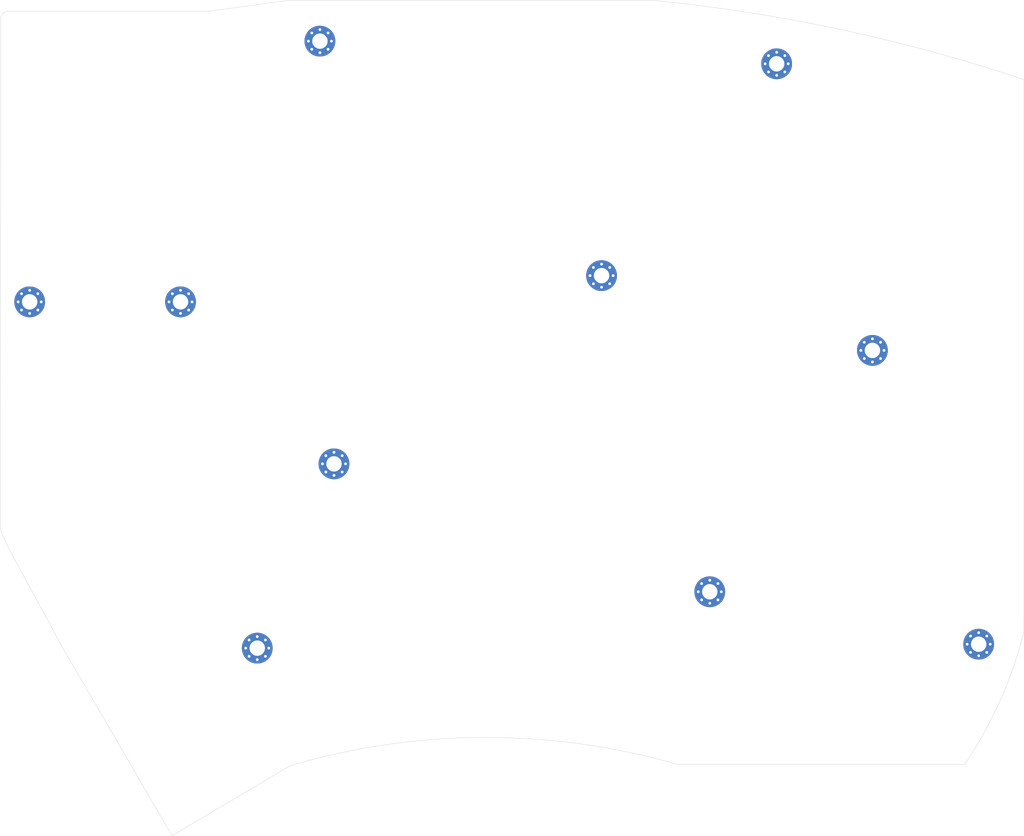
<source format=kicad_pcb>
(kicad_pcb (version 20171130) (host pcbnew "(5.1.8)-1")

  (general
    (thickness 1.6)
    (drawings 19)
    (tracks 0)
    (zones 0)
    (modules 10)
    (nets 1)
  )

  (page A)
  (layers
    (0 F.Cu signal)
    (31 B.Cu signal)
    (32 B.Adhes user)
    (33 F.Adhes user)
    (34 B.Paste user)
    (35 F.Paste user)
    (36 B.SilkS user)
    (37 F.SilkS user)
    (38 B.Mask user)
    (39 F.Mask user)
    (40 Dwgs.User user)
    (41 Cmts.User user)
    (42 Eco1.User user)
    (43 Eco2.User user)
    (44 Edge.Cuts user)
    (45 Margin user)
    (46 B.CrtYd user)
    (47 F.CrtYd user)
    (48 B.Fab user hide)
    (49 F.Fab user hide)
  )

  (setup
    (last_trace_width 0.25)
    (user_trace_width 0.5)
    (trace_clearance 0.2)
    (zone_clearance 0.508)
    (zone_45_only no)
    (trace_min 0.2)
    (via_size 0.8)
    (via_drill 0.4)
    (via_min_size 0.4)
    (via_min_drill 0.3)
    (user_via 0.6 0.4)
    (uvia_size 0.3)
    (uvia_drill 0.1)
    (uvias_allowed no)
    (uvia_min_size 0.2)
    (uvia_min_drill 0.1)
    (edge_width 0.05)
    (segment_width 0.2)
    (pcb_text_width 0.3)
    (pcb_text_size 1.5 1.5)
    (mod_edge_width 0.12)
    (mod_text_size 1 1)
    (mod_text_width 0.15)
    (pad_size 1.7 1)
    (pad_drill 0)
    (pad_to_mask_clearance 0)
    (aux_axis_origin 0 0)
    (visible_elements 7FFFFFFF)
    (pcbplotparams
      (layerselection 0x010f0_ffffffff)
      (usegerberextensions false)
      (usegerberattributes true)
      (usegerberadvancedattributes true)
      (creategerberjobfile true)
      (excludeedgelayer true)
      (linewidth 0.100000)
      (plotframeref false)
      (viasonmask false)
      (mode 1)
      (useauxorigin false)
      (hpglpennumber 1)
      (hpglpenspeed 20)
      (hpglpendiameter 15.000000)
      (psnegative false)
      (psa4output false)
      (plotreference true)
      (plotvalue true)
      (plotinvisibletext false)
      (padsonsilk false)
      (subtractmaskfromsilk false)
      (outputformat 1)
      (mirror false)
      (drillshape 0)
      (scaleselection 1)
      (outputdirectory "Gerber Files/"))
  )

  (net 0 "")

  (net_class Default "This is the default net class."
    (clearance 0.2)
    (trace_width 0.25)
    (via_dia 0.8)
    (via_drill 0.4)
    (uvia_dia 0.3)
    (uvia_drill 0.1)
  )

  (module MountingHole:MountingHole_2.2mm_M2_Pad_Via locked (layer F.Cu) (tedit 56DDB9C7) (tstamp 6026B82E)
    (at 65.0625 64.59375)
    (descr "Mounting Hole 2.2mm, M2")
    (tags "mounting hole 2.2mm m2")
    (attr virtual)
    (fp_text reference REF** (at 0 -3.2) (layer F.SilkS) hide
      (effects (font (size 1 1) (thickness 0.15)))
    )
    (fp_text value MountingHole_2.2mm_M2_Pad_Via (at 0 3.2) (layer F.Fab) hide
      (effects (font (size 1 1) (thickness 0.15)))
    )
    (fp_circle (center 0 0) (end 2.45 0) (layer F.CrtYd) (width 0.05))
    (fp_circle (center 0 0) (end 2.2 0) (layer Cmts.User) (width 0.15))
    (fp_text user %R (at 0.3 0) (layer F.Fab) hide
      (effects (font (size 1 1) (thickness 0.15)))
    )
    (pad 1 thru_hole circle (at 0 0) (size 4.4 4.4) (drill 2.2) (layers *.Cu *.Mask))
    (pad 1 thru_hole circle (at 1.65 0) (size 0.7 0.7) (drill 0.4) (layers *.Cu *.Mask))
    (pad 1 thru_hole circle (at 1.166726 1.166726) (size 0.7 0.7) (drill 0.4) (layers *.Cu *.Mask))
    (pad 1 thru_hole circle (at 0 1.65) (size 0.7 0.7) (drill 0.4) (layers *.Cu *.Mask))
    (pad 1 thru_hole circle (at -1.166726 1.166726) (size 0.7 0.7) (drill 0.4) (layers *.Cu *.Mask))
    (pad 1 thru_hole circle (at -1.65 0) (size 0.7 0.7) (drill 0.4) (layers *.Cu *.Mask))
    (pad 1 thru_hole circle (at -1.166726 -1.166726) (size 0.7 0.7) (drill 0.4) (layers *.Cu *.Mask))
    (pad 1 thru_hole circle (at 0 -1.65) (size 0.7 0.7) (drill 0.4) (layers *.Cu *.Mask))
    (pad 1 thru_hole circle (at 1.166726 -1.166726) (size 0.7 0.7) (drill 0.4) (layers *.Cu *.Mask))
  )

  (module MountingHole:MountingHole_2.2mm_M2_Pad_Via locked (layer F.Cu) (tedit 56DDB9C7) (tstamp 6026B82E)
    (at 86.625 64.59375)
    (descr "Mounting Hole 2.2mm, M2")
    (tags "mounting hole 2.2mm m2")
    (attr virtual)
    (fp_text reference REF** (at 0 -3.2) (layer F.SilkS) hide
      (effects (font (size 1 1) (thickness 0.15)))
    )
    (fp_text value MountingHole_2.2mm_M2_Pad_Via (at 0 3.2) (layer F.Fab) hide
      (effects (font (size 1 1) (thickness 0.15)))
    )
    (fp_circle (center 0 0) (end 2.45 0) (layer F.CrtYd) (width 0.05))
    (fp_circle (center 0 0) (end 2.2 0) (layer Cmts.User) (width 0.15))
    (fp_text user %R (at 0.3 0) (layer F.Fab) hide
      (effects (font (size 1 1) (thickness 0.15)))
    )
    (pad 1 thru_hole circle (at 0 0) (size 4.4 4.4) (drill 2.2) (layers *.Cu *.Mask))
    (pad 1 thru_hole circle (at 1.65 0) (size 0.7 0.7) (drill 0.4) (layers *.Cu *.Mask))
    (pad 1 thru_hole circle (at 1.166726 1.166726) (size 0.7 0.7) (drill 0.4) (layers *.Cu *.Mask))
    (pad 1 thru_hole circle (at 0 1.65) (size 0.7 0.7) (drill 0.4) (layers *.Cu *.Mask))
    (pad 1 thru_hole circle (at -1.166726 1.166726) (size 0.7 0.7) (drill 0.4) (layers *.Cu *.Mask))
    (pad 1 thru_hole circle (at -1.65 0) (size 0.7 0.7) (drill 0.4) (layers *.Cu *.Mask))
    (pad 1 thru_hole circle (at -1.166726 -1.166726) (size 0.7 0.7) (drill 0.4) (layers *.Cu *.Mask))
    (pad 1 thru_hole circle (at 0 -1.65) (size 0.7 0.7) (drill 0.4) (layers *.Cu *.Mask))
    (pad 1 thru_hole circle (at 1.166726 -1.166726) (size 0.7 0.7) (drill 0.4) (layers *.Cu *.Mask))
  )

  (module MountingHole:MountingHole_2.2mm_M2_Pad_Via locked (layer F.Cu) (tedit 56DDB9C7) (tstamp 6026B82E)
    (at 185.53125 71.53125)
    (descr "Mounting Hole 2.2mm, M2")
    (tags "mounting hole 2.2mm m2")
    (attr virtual)
    (fp_text reference REF** (at 0 -3.2) (layer Dwgs.User)
      (effects (font (size 1 1) (thickness 0.15)))
    )
    (fp_text value MountingHole_2.2mm_M2_Pad_Via (at 0 3.2) (layer F.Fab)
      (effects (font (size 1 1) (thickness 0.15)))
    )
    (fp_circle (center 0 0) (end 2.45 0) (layer F.CrtYd) (width 0.05))
    (fp_circle (center 0 0) (end 2.2 0) (layer Cmts.User) (width 0.15))
    (fp_text user %R (at 0.3 0) (layer F.Fab)
      (effects (font (size 1 1) (thickness 0.15)))
    )
    (pad 1 thru_hole circle (at 0 0) (size 4.4 4.4) (drill 2.2) (layers *.Cu *.Mask))
    (pad 1 thru_hole circle (at 1.65 0) (size 0.7 0.7) (drill 0.4) (layers *.Cu *.Mask))
    (pad 1 thru_hole circle (at 1.166726 1.166726) (size 0.7 0.7) (drill 0.4) (layers *.Cu *.Mask))
    (pad 1 thru_hole circle (at 0 1.65) (size 0.7 0.7) (drill 0.4) (layers *.Cu *.Mask))
    (pad 1 thru_hole circle (at -1.166726 1.166726) (size 0.7 0.7) (drill 0.4) (layers *.Cu *.Mask))
    (pad 1 thru_hole circle (at -1.65 0) (size 0.7 0.7) (drill 0.4) (layers *.Cu *.Mask))
    (pad 1 thru_hole circle (at -1.166726 -1.166726) (size 0.7 0.7) (drill 0.4) (layers *.Cu *.Mask))
    (pad 1 thru_hole circle (at 0 -1.65) (size 0.7 0.7) (drill 0.4) (layers *.Cu *.Mask))
    (pad 1 thru_hole circle (at 1.166726 -1.166726) (size 0.7 0.7) (drill 0.4) (layers *.Cu *.Mask))
  )

  (module MountingHole:MountingHole_2.2mm_M2_Pad_Via locked (layer F.Cu) (tedit 56DDB9C7) (tstamp 6026B82E)
    (at 146.8125 60.84375)
    (descr "Mounting Hole 2.2mm, M2")
    (tags "mounting hole 2.2mm m2")
    (attr virtual)
    (fp_text reference REF** (at 0 -3.2) (layer Dwgs.User)
      (effects (font (size 1 1) (thickness 0.15)))
    )
    (fp_text value MountingHole_2.2mm_M2_Pad_Via (at 0 3.2) (layer F.Fab)
      (effects (font (size 1 1) (thickness 0.15)))
    )
    (fp_circle (center 0 0) (end 2.45 0) (layer F.CrtYd) (width 0.05))
    (fp_circle (center 0 0) (end 2.2 0) (layer Cmts.User) (width 0.15))
    (fp_text user %R (at 0.3 0) (layer F.Fab)
      (effects (font (size 1 1) (thickness 0.15)))
    )
    (pad 1 thru_hole circle (at 0 0) (size 4.4 4.4) (drill 2.2) (layers *.Cu *.Mask))
    (pad 1 thru_hole circle (at 1.65 0) (size 0.7 0.7) (drill 0.4) (layers *.Cu *.Mask))
    (pad 1 thru_hole circle (at 1.166726 1.166726) (size 0.7 0.7) (drill 0.4) (layers *.Cu *.Mask))
    (pad 1 thru_hole circle (at 0 1.65) (size 0.7 0.7) (drill 0.4) (layers *.Cu *.Mask))
    (pad 1 thru_hole circle (at -1.166726 1.166726) (size 0.7 0.7) (drill 0.4) (layers *.Cu *.Mask))
    (pad 1 thru_hole circle (at -1.65 0) (size 0.7 0.7) (drill 0.4) (layers *.Cu *.Mask))
    (pad 1 thru_hole circle (at -1.166726 -1.166726) (size 0.7 0.7) (drill 0.4) (layers *.Cu *.Mask))
    (pad 1 thru_hole circle (at 0 -1.65) (size 0.7 0.7) (drill 0.4) (layers *.Cu *.Mask))
    (pad 1 thru_hole circle (at 1.166726 -1.166726) (size 0.7 0.7) (drill 0.4) (layers *.Cu *.Mask))
  )

  (module MountingHole:MountingHole_2.2mm_M2_Pad_Via locked (layer F.Cu) (tedit 56DDB9C7) (tstamp 6026B5B5)
    (at 97.59375 114.09375)
    (descr "Mounting Hole 2.2mm, M2")
    (tags "mounting hole 2.2mm m2")
    (attr virtual)
    (fp_text reference REF** (at 0 -3.2) (layer Dwgs.User)
      (effects (font (size 1 1) (thickness 0.15)))
    )
    (fp_text value MountingHole_2.2mm_M2_Pad_Via (at 0 3.2) (layer F.Fab)
      (effects (font (size 1 1) (thickness 0.15)))
    )
    (fp_circle (center 0 0) (end 2.45 0) (layer F.CrtYd) (width 0.05))
    (fp_circle (center 0 0) (end 2.2 0) (layer Cmts.User) (width 0.15))
    (fp_text user %R (at 0.3 0) (layer F.Fab)
      (effects (font (size 1 1) (thickness 0.15)))
    )
    (pad 1 thru_hole circle (at 1.166726 -1.166726) (size 0.7 0.7) (drill 0.4) (layers *.Cu *.Mask))
    (pad 1 thru_hole circle (at 0 -1.65) (size 0.7 0.7) (drill 0.4) (layers *.Cu *.Mask))
    (pad 1 thru_hole circle (at -1.166726 -1.166726) (size 0.7 0.7) (drill 0.4) (layers *.Cu *.Mask))
    (pad 1 thru_hole circle (at -1.65 0) (size 0.7 0.7) (drill 0.4) (layers *.Cu *.Mask))
    (pad 1 thru_hole circle (at -1.166726 1.166726) (size 0.7 0.7) (drill 0.4) (layers *.Cu *.Mask))
    (pad 1 thru_hole circle (at 0 1.65) (size 0.7 0.7) (drill 0.4) (layers *.Cu *.Mask))
    (pad 1 thru_hole circle (at 1.166726 1.166726) (size 0.7 0.7) (drill 0.4) (layers *.Cu *.Mask))
    (pad 1 thru_hole circle (at 1.65 0) (size 0.7 0.7) (drill 0.4) (layers *.Cu *.Mask))
    (pad 1 thru_hole circle (at 0 0) (size 4.4 4.4) (drill 2.2) (layers *.Cu *.Mask))
  )

  (module MountingHole:MountingHole_2.2mm_M2_Pad_Via locked (layer F.Cu) (tedit 56DDB9C7) (tstamp 6026B569)
    (at 162.28125 106.03125)
    (descr "Mounting Hole 2.2mm, M2")
    (tags "mounting hole 2.2mm m2")
    (attr virtual)
    (fp_text reference REF** (at 0 -3.2) (layer Dwgs.User)
      (effects (font (size 1 1) (thickness 0.15)))
    )
    (fp_text value MountingHole_2.2mm_M2_Pad_Via (at 0 3.2) (layer F.Fab)
      (effects (font (size 1 1) (thickness 0.15)))
    )
    (fp_circle (center 0 0) (end 2.45 0) (layer F.CrtYd) (width 0.05))
    (fp_circle (center 0 0) (end 2.2 0) (layer Cmts.User) (width 0.15))
    (fp_text user %R (at 0.3 0) (layer F.Fab)
      (effects (font (size 1 1) (thickness 0.15)))
    )
    (pad 1 thru_hole circle (at 1.166726 -1.166726) (size 0.7 0.7) (drill 0.4) (layers *.Cu *.Mask))
    (pad 1 thru_hole circle (at 0 -1.65) (size 0.7 0.7) (drill 0.4) (layers *.Cu *.Mask))
    (pad 1 thru_hole circle (at -1.166726 -1.166726) (size 0.7 0.7) (drill 0.4) (layers *.Cu *.Mask))
    (pad 1 thru_hole circle (at -1.65 0) (size 0.7 0.7) (drill 0.4) (layers *.Cu *.Mask))
    (pad 1 thru_hole circle (at -1.166726 1.166726) (size 0.7 0.7) (drill 0.4) (layers *.Cu *.Mask))
    (pad 1 thru_hole circle (at 0 1.65) (size 0.7 0.7) (drill 0.4) (layers *.Cu *.Mask))
    (pad 1 thru_hole circle (at 1.166726 1.166726) (size 0.7 0.7) (drill 0.4) (layers *.Cu *.Mask))
    (pad 1 thru_hole circle (at 1.65 0) (size 0.7 0.7) (drill 0.4) (layers *.Cu *.Mask))
    (pad 1 thru_hole circle (at 0 0) (size 4.4 4.4) (drill 2.2) (layers *.Cu *.Mask))
  )

  (module MountingHole:MountingHole_2.2mm_M2_Pad_Via locked (layer F.Cu) (tedit 56DDB9C7) (tstamp 6026B51D)
    (at 200.71875 113.53125)
    (descr "Mounting Hole 2.2mm, M2")
    (tags "mounting hole 2.2mm m2")
    (attr virtual)
    (fp_text reference REF** (at 0 -3.2) (layer Dwgs.User)
      (effects (font (size 1 1) (thickness 0.15)))
    )
    (fp_text value MountingHole_2.2mm_M2_Pad_Via (at 0 3.2) (layer F.Fab)
      (effects (font (size 1 1) (thickness 0.15)))
    )
    (fp_circle (center 0 0) (end 2.45 0) (layer F.CrtYd) (width 0.05))
    (fp_circle (center 0 0) (end 2.2 0) (layer Cmts.User) (width 0.15))
    (fp_text user %R (at 0.3 0) (layer F.Fab)
      (effects (font (size 1 1) (thickness 0.15)))
    )
    (pad 1 thru_hole circle (at 1.166726 -1.166726) (size 0.7 0.7) (drill 0.4) (layers *.Cu *.Mask))
    (pad 1 thru_hole circle (at 0 -1.65) (size 0.7 0.7) (drill 0.4) (layers *.Cu *.Mask))
    (pad 1 thru_hole circle (at -1.166726 -1.166726) (size 0.7 0.7) (drill 0.4) (layers *.Cu *.Mask))
    (pad 1 thru_hole circle (at -1.65 0) (size 0.7 0.7) (drill 0.4) (layers *.Cu *.Mask))
    (pad 1 thru_hole circle (at -1.166726 1.166726) (size 0.7 0.7) (drill 0.4) (layers *.Cu *.Mask))
    (pad 1 thru_hole circle (at 0 1.65) (size 0.7 0.7) (drill 0.4) (layers *.Cu *.Mask))
    (pad 1 thru_hole circle (at 1.166726 1.166726) (size 0.7 0.7) (drill 0.4) (layers *.Cu *.Mask))
    (pad 1 thru_hole circle (at 1.65 0) (size 0.7 0.7) (drill 0.4) (layers *.Cu *.Mask))
    (pad 1 thru_hole circle (at 0 0) (size 4.4 4.4) (drill 2.2) (layers *.Cu *.Mask))
  )

  (module MountingHole:MountingHole_2.2mm_M2_Pad_Via locked (layer F.Cu) (tedit 56DDB9C7) (tstamp 6026B4D1)
    (at 106.552024 27.322976)
    (descr "Mounting Hole 2.2mm, M2")
    (tags "mounting hole 2.2mm m2")
    (attr virtual)
    (fp_text reference REF** (at 0 -3.2) (layer Dwgs.User)
      (effects (font (size 1 1) (thickness 0.15)))
    )
    (fp_text value MountingHole_2.2mm_M2_Pad_Via (at 0 3.2) (layer F.Fab)
      (effects (font (size 1 1) (thickness 0.15)))
    )
    (fp_circle (center 0 0) (end 2.45 0) (layer F.CrtYd) (width 0.05))
    (fp_circle (center 0 0) (end 2.2 0) (layer Cmts.User) (width 0.15))
    (fp_text user %R (at 0.3 0) (layer F.Fab)
      (effects (font (size 1 1) (thickness 0.15)))
    )
    (pad 1 thru_hole circle (at 1.166726 -1.166726) (size 0.7 0.7) (drill 0.4) (layers *.Cu *.Mask))
    (pad 1 thru_hole circle (at 0 -1.65) (size 0.7 0.7) (drill 0.4) (layers *.Cu *.Mask))
    (pad 1 thru_hole circle (at -1.166726 -1.166726) (size 0.7 0.7) (drill 0.4) (layers *.Cu *.Mask))
    (pad 1 thru_hole circle (at -1.65 0) (size 0.7 0.7) (drill 0.4) (layers *.Cu *.Mask))
    (pad 1 thru_hole circle (at -1.166726 1.166726) (size 0.7 0.7) (drill 0.4) (layers *.Cu *.Mask))
    (pad 1 thru_hole circle (at 0 1.65) (size 0.7 0.7) (drill 0.4) (layers *.Cu *.Mask))
    (pad 1 thru_hole circle (at 1.166726 1.166726) (size 0.7 0.7) (drill 0.4) (layers *.Cu *.Mask))
    (pad 1 thru_hole circle (at 1.65 0) (size 0.7 0.7) (drill 0.4) (layers *.Cu *.Mask))
    (pad 1 thru_hole circle (at 0 0) (size 4.4 4.4) (drill 2.2) (layers *.Cu *.Mask))
  )

  (module MountingHole:MountingHole_2.2mm_M2_Pad_Via locked (layer F.Cu) (tedit 56DDB9C7) (tstamp 6026B485)
    (at 171.84375 30.5625)
    (descr "Mounting Hole 2.2mm, M2")
    (tags "mounting hole 2.2mm m2")
    (attr virtual)
    (fp_text reference REF** (at 0 -3.2) (layer Dwgs.User)
      (effects (font (size 1 1) (thickness 0.15)))
    )
    (fp_text value MountingHole_2.2mm_M2_Pad_Via (at 0 3.2) (layer F.Fab)
      (effects (font (size 1 1) (thickness 0.15)))
    )
    (fp_circle (center 0 0) (end 2.45 0) (layer F.CrtYd) (width 0.05))
    (fp_circle (center 0 0) (end 2.2 0) (layer Cmts.User) (width 0.15))
    (fp_text user %R (at 0.3 0) (layer F.Fab)
      (effects (font (size 1 1) (thickness 0.15)))
    )
    (pad 1 thru_hole circle (at 1.166726 -1.166726) (size 0.7 0.7) (drill 0.4) (layers *.Cu *.Mask))
    (pad 1 thru_hole circle (at 0 -1.65) (size 0.7 0.7) (drill 0.4) (layers *.Cu *.Mask))
    (pad 1 thru_hole circle (at -1.166726 -1.166726) (size 0.7 0.7) (drill 0.4) (layers *.Cu *.Mask))
    (pad 1 thru_hole circle (at -1.65 0) (size 0.7 0.7) (drill 0.4) (layers *.Cu *.Mask))
    (pad 1 thru_hole circle (at -1.166726 1.166726) (size 0.7 0.7) (drill 0.4) (layers *.Cu *.Mask))
    (pad 1 thru_hole circle (at 0 1.65) (size 0.7 0.7) (drill 0.4) (layers *.Cu *.Mask))
    (pad 1 thru_hole circle (at 1.166726 1.166726) (size 0.7 0.7) (drill 0.4) (layers *.Cu *.Mask))
    (pad 1 thru_hole circle (at 1.65 0) (size 0.7 0.7) (drill 0.4) (layers *.Cu *.Mask))
    (pad 1 thru_hole circle (at 0 0) (size 4.4 4.4) (drill 2.2) (layers *.Cu *.Mask))
  )

  (module MountingHole:MountingHole_2.2mm_M2_Pad_Via locked (layer F.Cu) (tedit 56DDB9C7) (tstamp 6026B439)
    (at 108.5625 87.75)
    (descr "Mounting Hole 2.2mm, M2")
    (tags "mounting hole 2.2mm m2")
    (attr virtual)
    (fp_text reference REF** (at 0 -3.2) (layer Dwgs.User)
      (effects (font (size 1 1) (thickness 0.15)))
    )
    (fp_text value MountingHole_2.2mm_M2_Pad_Via (at 0 3.2) (layer F.Fab)
      (effects (font (size 1 1) (thickness 0.15)))
    )
    (fp_circle (center 0 0) (end 2.2 0) (layer Cmts.User) (width 0.15))
    (fp_circle (center 0 0) (end 2.45 0) (layer F.CrtYd) (width 0.05))
    (fp_text user %R (at 0.3 0) (layer F.Fab)
      (effects (font (size 1 1) (thickness 0.15)))
    )
    (pad 1 thru_hole circle (at 0 0) (size 4.4 4.4) (drill 2.2) (layers *.Cu *.Mask))
    (pad 1 thru_hole circle (at 1.65 0) (size 0.7 0.7) (drill 0.4) (layers *.Cu *.Mask))
    (pad 1 thru_hole circle (at 1.166726 1.166726) (size 0.7 0.7) (drill 0.4) (layers *.Cu *.Mask))
    (pad 1 thru_hole circle (at 0 1.65) (size 0.7 0.7) (drill 0.4) (layers *.Cu *.Mask))
    (pad 1 thru_hole circle (at -1.166726 1.166726) (size 0.7 0.7) (drill 0.4) (layers *.Cu *.Mask))
    (pad 1 thru_hole circle (at -1.65 0) (size 0.7 0.7) (drill 0.4) (layers *.Cu *.Mask))
    (pad 1 thru_hole circle (at -1.166726 -1.166726) (size 0.7 0.7) (drill 0.4) (layers *.Cu *.Mask))
    (pad 1 thru_hole circle (at 0 -1.65) (size 0.7 0.7) (drill 0.4) (layers *.Cu *.Mask))
    (pad 1 thru_hole circle (at 1.166726 -1.166726) (size 0.7 0.7) (drill 0.4) (layers *.Cu *.Mask))
  )

  (gr_line (start 207.1875 32.8125) (end 207.1875 109.875) (layer Edge.Cuts) (width 0.05))
  (gr_line (start 60.9375 24) (end 60.843751 97.031249) (layer Edge.Cuts) (width 0.05) (tstamp 6026014A))
  (gr_line (start 61.875 23.0625) (end 90.5625 23.0625) (layer Edge.Cuts) (width 0.05) (tstamp 60260146))
  (gr_arc (start 61.875 24) (end 61.875 23.0625) (angle -90) (layer Edge.Cuts) (width 0.05))
  (gr_line (start 90.5625 23.0625) (end 102.1875 21.46875) (layer Edge.Cuts) (width 0.05) (tstamp 6026B104))
  (gr_line (start 85.40625 140.90625) (end 102.289528 130.903075) (layer Edge.Cuts) (width 0.05) (tstamp 6026B103))
  (gr_arc (start 130.3125 225.9375) (end 157.593749 130.687501) (angle -32.41193141) (layer Edge.Cuts) (width 0.05))
  (gr_line (start 69.65625 113.8125) (end 62.604095 100.826158) (layer Edge.Cuts) (width 0.05) (tstamp 6026B0F6))
  (gr_arc (start 87.84375 86.8125) (end 60.843751 97.031249) (angle -8.309818274) (layer Edge.Cuts) (width 0.05))
  (gr_line (start 85.40625 140.90625) (end 69.65625 113.8125) (layer Edge.Cuts) (width 0.05))
  (gr_line (start 198.75 130.6875) (end 157.593749 130.687501) (layer Edge.Cuts) (width 0.05) (tstamp 6026B0F5))
  (gr_arc (start 148.5 96.9375) (end 198.749999 130.687499) (angle -19.72157471) (layer Edge.Cuts) (width 0.05))
  (gr_line (start 207.1875 111.5625) (end 207.1875 111.75) (layer Edge.Cuts) (width 0.05))
  (gr_line (start 207.1875 110.8125) (end 207.1875 111.5625) (layer Edge.Cuts) (width 0.05))
  (gr_line (start 207.1875 110.53125) (end 207.1875 110.8125) (layer Edge.Cuts) (width 0.05))
  (gr_line (start 207.1875 110.15625) (end 207.1875 110.53125) (layer Edge.Cuts) (width 0.05))
  (gr_line (start 207.1875 109.875) (end 207.1875 110.15625) (layer Edge.Cuts) (width 0.05))
  (gr_line (start 153.946843 21.467027) (end 102.1875 21.46875) (layer Edge.Cuts) (width 0.05))
  (gr_arc (start 130.3125 262.96875) (end 207.187499 32.812501) (angle -12.88054926) (layer Edge.Cuts) (width 0.05))

)

</source>
